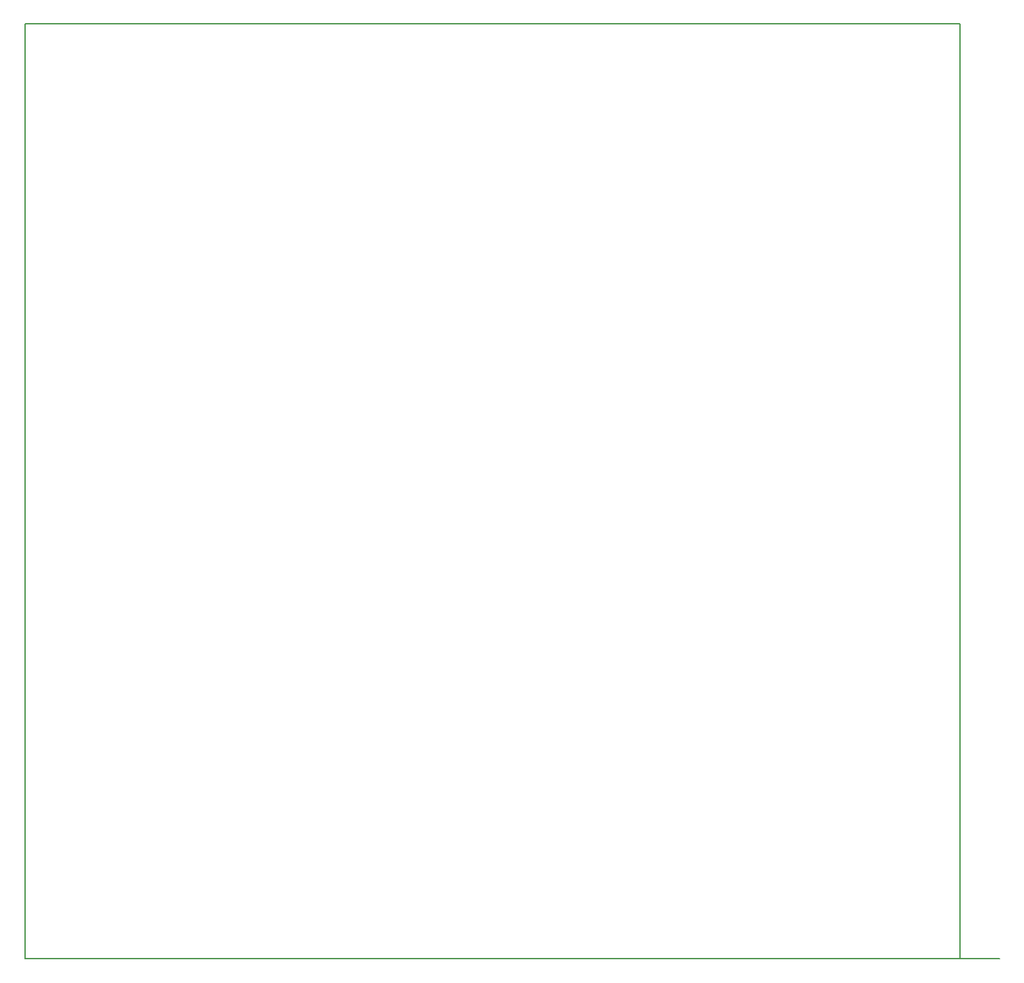
<source format=gbr>
G04 #@! TF.GenerationSoftware,KiCad,Pcbnew,7.0.8-7.0.8~ubuntu22.04.1*
G04 #@! TF.CreationDate,2024-10-17T18:38:32+09:00*
G04 #@! TF.ProjectId,NJW466617LEDDriver,4e4a5734-3636-4363-9137-4c4544447269,rev?*
G04 #@! TF.SameCoordinates,Original*
G04 #@! TF.FileFunction,Profile,NP*
%FSLAX46Y46*%
G04 Gerber Fmt 4.6, Leading zero omitted, Abs format (unit mm)*
G04 Created by KiCad (PCBNEW 7.0.8-7.0.8~ubuntu22.04.1) date 2024-10-17 18:38:32*
%MOMM*%
%LPD*%
G01*
G04 APERTURE LIST*
G04 #@! TA.AperFunction,Profile*
%ADD10C,0.200000*%
G04 #@! TD*
G04 APERTURE END LIST*
D10*
X98585600Y-146244800D02*
X98585600Y-26244800D01*
X223585600Y-146244800D02*
X98585600Y-146244800D01*
X218585600Y-26244800D02*
X218585600Y-146244800D01*
X98585600Y-26244800D02*
X218585600Y-26244800D01*
M02*

</source>
